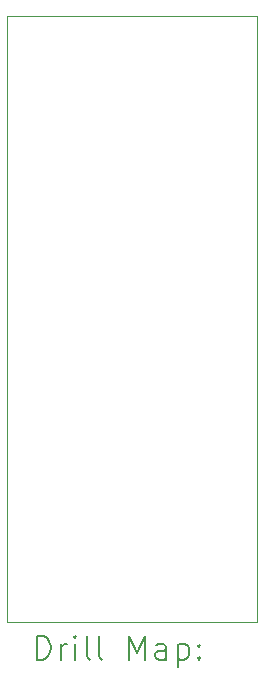
<source format=gbr>
%TF.GenerationSoftware,KiCad,Pcbnew,7.0.5*%
%TF.CreationDate,2024-02-18T16:55:31-05:00*%
%TF.ProjectId,pico-reset,7069636f-2d72-4657-9365-742e6b696361,rev?*%
%TF.SameCoordinates,Original*%
%TF.FileFunction,Drillmap*%
%TF.FilePolarity,Positive*%
%FSLAX45Y45*%
G04 Gerber Fmt 4.5, Leading zero omitted, Abs format (unit mm)*
G04 Created by KiCad (PCBNEW 7.0.5) date 2024-02-18 16:55:31*
%MOMM*%
%LPD*%
G01*
G04 APERTURE LIST*
%ADD10C,0.100000*%
%ADD11C,0.200000*%
G04 APERTURE END LIST*
D10*
X11001897Y-7974826D02*
X13121130Y-7974826D01*
X13121130Y-13104824D01*
X11001897Y-13104824D01*
X11001897Y-7974826D01*
D11*
X11257674Y-13421308D02*
X11257674Y-13221308D01*
X11257674Y-13221308D02*
X11305293Y-13221308D01*
X11305293Y-13221308D02*
X11333864Y-13230832D01*
X11333864Y-13230832D02*
X11352912Y-13249879D01*
X11352912Y-13249879D02*
X11362436Y-13268927D01*
X11362436Y-13268927D02*
X11371959Y-13307022D01*
X11371959Y-13307022D02*
X11371959Y-13335594D01*
X11371959Y-13335594D02*
X11362436Y-13373689D01*
X11362436Y-13373689D02*
X11352912Y-13392736D01*
X11352912Y-13392736D02*
X11333864Y-13411784D01*
X11333864Y-13411784D02*
X11305293Y-13421308D01*
X11305293Y-13421308D02*
X11257674Y-13421308D01*
X11457674Y-13421308D02*
X11457674Y-13287975D01*
X11457674Y-13326070D02*
X11467197Y-13307022D01*
X11467197Y-13307022D02*
X11476721Y-13297498D01*
X11476721Y-13297498D02*
X11495769Y-13287975D01*
X11495769Y-13287975D02*
X11514817Y-13287975D01*
X11581483Y-13421308D02*
X11581483Y-13287975D01*
X11581483Y-13221308D02*
X11571959Y-13230832D01*
X11571959Y-13230832D02*
X11581483Y-13240356D01*
X11581483Y-13240356D02*
X11591007Y-13230832D01*
X11591007Y-13230832D02*
X11581483Y-13221308D01*
X11581483Y-13221308D02*
X11581483Y-13240356D01*
X11705293Y-13421308D02*
X11686245Y-13411784D01*
X11686245Y-13411784D02*
X11676721Y-13392736D01*
X11676721Y-13392736D02*
X11676721Y-13221308D01*
X11810055Y-13421308D02*
X11791007Y-13411784D01*
X11791007Y-13411784D02*
X11781483Y-13392736D01*
X11781483Y-13392736D02*
X11781483Y-13221308D01*
X12038626Y-13421308D02*
X12038626Y-13221308D01*
X12038626Y-13221308D02*
X12105293Y-13364165D01*
X12105293Y-13364165D02*
X12171959Y-13221308D01*
X12171959Y-13221308D02*
X12171959Y-13421308D01*
X12352912Y-13421308D02*
X12352912Y-13316546D01*
X12352912Y-13316546D02*
X12343388Y-13297498D01*
X12343388Y-13297498D02*
X12324340Y-13287975D01*
X12324340Y-13287975D02*
X12286245Y-13287975D01*
X12286245Y-13287975D02*
X12267197Y-13297498D01*
X12352912Y-13411784D02*
X12333864Y-13421308D01*
X12333864Y-13421308D02*
X12286245Y-13421308D01*
X12286245Y-13421308D02*
X12267197Y-13411784D01*
X12267197Y-13411784D02*
X12257674Y-13392736D01*
X12257674Y-13392736D02*
X12257674Y-13373689D01*
X12257674Y-13373689D02*
X12267197Y-13354641D01*
X12267197Y-13354641D02*
X12286245Y-13345117D01*
X12286245Y-13345117D02*
X12333864Y-13345117D01*
X12333864Y-13345117D02*
X12352912Y-13335594D01*
X12448150Y-13287975D02*
X12448150Y-13487975D01*
X12448150Y-13297498D02*
X12467197Y-13287975D01*
X12467197Y-13287975D02*
X12505293Y-13287975D01*
X12505293Y-13287975D02*
X12524340Y-13297498D01*
X12524340Y-13297498D02*
X12533864Y-13307022D01*
X12533864Y-13307022D02*
X12543388Y-13326070D01*
X12543388Y-13326070D02*
X12543388Y-13383213D01*
X12543388Y-13383213D02*
X12533864Y-13402260D01*
X12533864Y-13402260D02*
X12524340Y-13411784D01*
X12524340Y-13411784D02*
X12505293Y-13421308D01*
X12505293Y-13421308D02*
X12467197Y-13421308D01*
X12467197Y-13421308D02*
X12448150Y-13411784D01*
X12629102Y-13402260D02*
X12638626Y-13411784D01*
X12638626Y-13411784D02*
X12629102Y-13421308D01*
X12629102Y-13421308D02*
X12619578Y-13411784D01*
X12619578Y-13411784D02*
X12629102Y-13402260D01*
X12629102Y-13402260D02*
X12629102Y-13421308D01*
X12629102Y-13297498D02*
X12638626Y-13307022D01*
X12638626Y-13307022D02*
X12629102Y-13316546D01*
X12629102Y-13316546D02*
X12619578Y-13307022D01*
X12619578Y-13307022D02*
X12629102Y-13297498D01*
X12629102Y-13297498D02*
X12629102Y-13316546D01*
M02*

</source>
